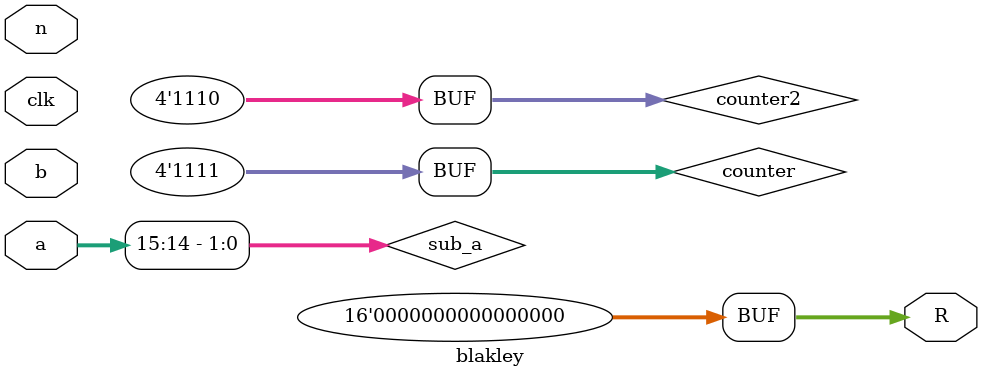
<source format=sv>
module blakley(
        input logic clk, 
        input logic[15:0] a, b, n,
        output logic[15:0] R
    ); 

    assign R[15:0] = 16'b0;
    
    wire[3:0] counter = 4'b1111;
    wire[3:0] counter2 = 4'b1110;
    logic[1:0] sub_a;
    logic[2:0] step = 3'b0;

    always_comb begin
        sub_a = {a[counter], a[counter2]};
    end

    always_ff @(posedge clk) begin

        case(step)
            3'd0: begin
                R <= R + R;
                step <= step + 1;
            end

            3'd1: begin
                step <= step + 1;
                R <= R + R;
            end
            
            3'd2: begin
                R <= R + sub_a * b;
                step <= step + 1;
            end

            3'd3: begin
                if(R >= n)
                    R <= R - n;
                else
                    step <= step + 1;
            end

            3'd4: begin
                if(counter2 > 4'b0) begin
                    counter <= counter - 2;
                    counter2 <= counter2 - 2;
                    step <= 3'b0;
                end
            end

            default:
                step <= 3'b0;
        endcase
    end
endmodule

</source>
